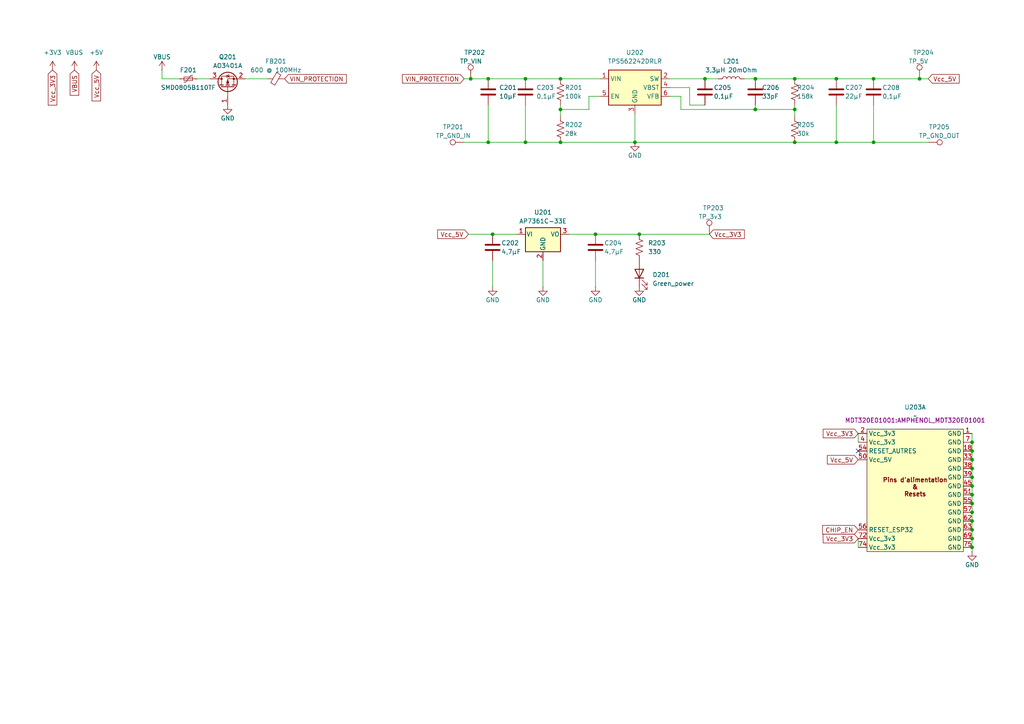
<source format=kicad_sch>
(kicad_sch (version 20231120) (generator "eeschema") (generator_version "8.0")
  (paper "A4")
  (title_block (title "Mobo V2.0") (date "2024-12-19") (rev "2.0") (company "Robotique UdeS - Biogénius") (comment 1 "Jacob Turcotte") (comment 2 "Schéma électrique créer par:"))
  (lib_symbols
    (symbol "Connector:TestPoint" (pin_numbers hide) (pin_names (offset 0.762) hide)
      (property "Reference" "TP" (at 0 6.858 0))
      (property "Value" "TestPoint" (at 0 5.08 0))
      (symbol "TestPoint_0_1"
        (circle (center 0 3.302) (radius 0.762))
      )
      (symbol "TestPoint_1_1"
        (pin passive line (at 0 0 90) (length 2.54) (name "1") (number "1"))
      )
    )
    (symbol "Device:C" (pin_numbers hide) (pin_names (offset 0.254))
      (property "Reference" "C" (at 0.635 2.54 0))
      (property "Value" "C" (at 0.635 -2.54 0))
      (symbol "C_0_1"
        (polyline (pts (xy -2.032 -0.762) (xy 2.032 -0.762)) (stroke (width 0.508)))
        (polyline (pts (xy -2.032 0.762) (xy 2.032 0.762)) (stroke (width 0.508)))
      )
      (symbol "C_1_1"
        (pin passive line (at 0 3.81 270) (length 2.794) (name "~") (number "1"))
        (pin passive line (at 0 -3.81 90) (length 2.794) (name "~") (number "2"))
      )
    )
    (symbol "Device:FerriteBead_Small" (pin_numbers hide) (pin_names (offset 0))
      (property "Reference" "FB" (at 1.905 1.27 0))
      (property "Value" "FerriteBead_Small" (at 1.905 -1.27 0))
      (symbol "FerriteBead_Small_0_1"
        (polyline (pts (xy 0 -1.27) (xy 0 -0.7874)))
        (polyline (pts (xy 0 0.889) (xy 0 1.2954)))
        (polyline (pts (xy -1.8288 0.2794) (xy -1.1176 1.4986) (xy 1.8288 -0.2032) (xy 1.1176 -1.4224) (xy -1.8288 0.2794)))
      )
      (symbol "FerriteBead_Small_1_1"
        (pin passive line (at 0 2.54 270) (length 1.27) (name "~") (number "1"))
        (pin passive line (at 0 -2.54 90) (length 1.27) (name "~") (number "2"))
      )
    )
    (symbol "Device:L" (pin_numbers hide) (pin_names (offset 1.016) hide)
      (property "Reference" "L" (at -1.27 0 90))
      (property "Value" "L" (at 1.905 0 90))
      (symbol "L_0_1"
        (arc (start 0 -2.54) (mid 0.6323 -1.905) (end 0 -1.27))
        (arc (start 0 -1.27) (mid 0.6323 -0.635) (end 0 0))
        (arc (start 0 0) (mid 0.6323 0.635) (end 0 1.27))
        (arc (start 0 1.27) (mid 0.6323 1.905) (end 0 2.54))
      )
      (symbol "L_1_1"
        (pin passive line (at 0 3.81 270) (length 1.27) (name "1") (number "1"))
        (pin passive line (at 0 -3.81 90) (length 1.27) (name "2") (number "2"))
      )
    )
    (symbol "Device:LED" (pin_numbers hide) (pin_names (offset 1.016) hide)
      (property "Reference" "D" (at 0 2.54 0))
      (property "Value" "LED" (at 0 -2.54 0))
      (symbol "LED_0_1"
        (polyline (pts (xy -1.27 -1.27) (xy -1.27 1.27)) (stroke (width 0.254)))
        (polyline (pts (xy -1.27 0) (xy 1.27 0)))
        (polyline (pts (xy 1.27 -1.27) (xy 1.27 1.27) (xy -1.27 0) (xy 1.27 -1.27)) (stroke (width 0.254)))
        (polyline (pts (xy -3.048 -0.762) (xy -4.572 -2.286) (xy -3.81 -2.286) (xy -4.572 -2.286) (xy -4.572 -1.524)))
        (polyline (pts (xy -1.778 -0.762) (xy -3.302 -2.286) (xy -2.54 -2.286) (xy -3.302 -2.286) (xy -3.302 -1.524)))
      )
      (symbol "LED_1_1"
        (pin passive line (at -3.81 0 0) (length 2.54) (name "K") (number "1"))
        (pin passive line (at 3.81 0 180) (length 2.54) (name "A") (number "2"))
      )
    )
    (symbol "Device:Polyfuse_Small" (pin_numbers hide) (pin_names (offset 0))
      (property "Reference" "F" (at -1.905 0 90))
      (property "Value" "Polyfuse_Small" (at 1.905 0 90))
      (symbol "Polyfuse_Small_0_1"
        (rectangle (start -0.508 1.27) (end 0.508 -1.27))
        (polyline (pts (xy 0 2.54) (xy 0 -2.54)))
        (polyline (pts (xy -1.016 1.27) (xy -1.016 0.762) (xy 1.016 -0.762) (xy 1.016 -1.27)))
      )
      (symbol "Polyfuse_Small_1_1"
        (pin passive line (at 0 2.54 270) (length 0.635) (name "~") (number "1"))
        (pin passive line (at 0 -2.54 90) (length 0.635) (name "~") (number "2"))
      )
    )
    (symbol "Device:R_US" (pin_numbers hide) (pin_names (offset 0))
      (property "Reference" "R" (at 2.54 0 90))
      (property "Value" "R_US" (at -2.54 0 90))
      (symbol "R_US_0_1"
        (polyline (pts (xy 0 -2.286) (xy 0 -2.54)))
        (polyline (pts (xy 0 2.286) (xy 0 2.54)))
        (polyline (pts (xy 0 -0.762) (xy 1.016 -1.143) (xy 0 -1.524) (xy -1.016 -1.905) (xy 0 -2.286)))
        (polyline (pts (xy 0 0.762) (xy 1.016 0.381) (xy 0 0) (xy -1.016 -0.381) (xy 0 -0.762)))
        (polyline (pts (xy 0 2.286) (xy 1.016 1.905) (xy 0 1.524) (xy -1.016 1.143) (xy 0 0.762)))
      )
      (symbol "R_US_1_1"
        (pin passive line (at 0 3.81 270) (length 1.27) (name "~") (number "1"))
        (pin passive line (at 0 -3.81 90) (length 1.27) (name "~") (number "2"))
      )
    )
    (symbol "Regulator_Linear:AP7361C-33E" (pin_names (offset 0.254))
      (property "Reference" "U" (at -3.81 3.175 0))
      (property "Value" "AP7361C-33E" (at 0 3.175 0))
      (symbol "AP7361C-33E_0_1"
        (rectangle (start -5.08 -5.08) (end 5.08 1.905) (stroke (width 0.254)) (fill (type background)))
      )
      (symbol "AP7361C-33E_1_1"
        (pin power_in line (at -7.62 0 0) (length 2.54) (name "VI") (number "1"))
        (pin power_in line (at 0 -7.62 90) (length 2.54) (name "GND") (number "2"))
        (pin power_out line (at 7.62 0 180) (length 2.54) (name "VO") (number "3"))
      )
    )
    (symbol "Regulator_Switching:TPS562202"
      (property "Reference" "U" (at -7.62 6.35 0))
      (property "Value" "TPS562202" (at -2.54 6.35 0))
      (symbol "TPS562202_0_1"
        (rectangle (start -7.62 5.08) (end 7.62 -5.08) (stroke (width 0.254)) (fill (type background)))
      )
      (symbol "TPS562202_1_1"
        (pin power_in line (at -10.16 2.54 0) (length 2.54) (name "VIN") (number "1"))
        (pin output line (at 10.16 2.54 180) (length 2.54) (name "SW") (number "2"))
        (pin power_in line (at 0 -7.62 90) (length 2.54) (name "GND") (number "3"))
        (pin passive line (at 10.16 0 180) (length 2.54) (name "VBST") (number "4"))
        (pin input line (at -10.16 -2.54 0) (length 2.54) (name "EN") (number "5"))
        (pin input line (at 10.16 -2.54 180) (length 2.54) (name "VFB") (number "6"))
      )
    )
    (symbol "Transistor_FET:AO3401A" (pin_names hide)
      (property "Reference" "Q" (at 5.08 1.905 0))
      (property "Value" "AO3401A" (at 5.08 0 0))
      (symbol "AO3401A_0_1"
        (polyline (pts (xy 0.254 0) (xy -2.54 0)))
        (polyline (pts (xy 0.254 1.905) (xy 0.254 -1.905)) (stroke (width 0.254)))
        (polyline (pts (xy 0.762 -1.27) (xy 0.762 -2.286)) (stroke (width 0.254)))
        (polyline (pts (xy 0.762 0.508) (xy 0.762 -0.508)) (stroke (width 0.254)))
        (polyline (pts (xy 0.762 2.286) (xy 0.762 1.27)) (stroke (width 0.254)))
        (polyline (pts (xy 2.54 2.54) (xy 2.54 1.778)))
        (polyline (pts (xy 2.54 -2.54) (xy 2.54 0) (xy 0.762 0)))
        (polyline (pts (xy 0.762 1.778) (xy 3.302 1.778) (xy 3.302 -1.778) (xy 0.762 -1.778)))
        (polyline (pts (xy 2.286 0) (xy 1.27 0.381) (xy 1.27 -0.381) (xy 2.286 0)) (fill (type outline)))
        (polyline (pts (xy 2.794 -0.508) (xy 2.921 -0.381) (xy 3.683 -0.381) (xy 3.81 -0.254)))
        (polyline (pts (xy 3.302 -0.381) (xy 2.921 0.254) (xy 3.683 0.254) (xy 3.302 -0.381)))
        (circle (center 1.651 0) (radius 2.794) (stroke (width 0.254)))
        (circle (center 2.54 -1.778) (radius 0.254) (fill (type outline)))
        (circle (center 2.54 1.778) (radius 0.254) (fill (type outline)))
      )
      (symbol "AO3401A_1_1"
        (pin input line (at -5.08 0 0) (length 2.54) (name "G") (number "1"))
        (pin passive line (at 2.54 -5.08 90) (length 2.54) (name "S") (number "2"))
        (pin passive line (at 2.54 5.08 270) (length 2.54) (name "D") (number "3"))
      )
    )
    (symbol "connecteur_m2_key_E:connecteur_SOM_ESP32_V2"
      (property "Reference" "U" (at 0 9.652 0))
      (property "Footprint" "MDT320E01001:AMPHENOL_MDT320E01001" (at 0 9.652 0))
      (symbol "connecteur_SOM_ESP32_V2_1_1"
        (rectangle (start -13.97 0) (end 13.97 -35.56) (stroke (width 0) (color 72 0 0 1)) (fill (type background)))
        (text "Pins d'alimentation\n&\nResets" (at 0 -16.764 0) (effects (font (size 1.27 1.27) (bold yes))))
        (pin power_in line (at 16.51 -1.27 180) (length 2.54) (name "GND") (number "1"))
        (pin power_in line (at 16.51 -6.35 180) (length 2.54) (name "GND") (number "18"))
        (pin power_in line (at -16.51 -1.27 0) (length 2.54) (name "Vcc_3v3") (number "2"))
        (pin power_in line (at 16.51 -8.89 180) (length 2.54) (name "GND") (number "33"))
        (pin power_in line (at 16.51 -11.43 180) (length 2.54) (name "GND") (number "38"))
        (pin power_in line (at 16.51 -13.97 180) (length 2.54) (name "GND") (number "39"))
        (pin power_in line (at -16.51 -3.81 0) (length 2.54) (name "Vcc_3v3") (number "4"))
        (pin power_in line (at 16.51 -16.51 180) (length 2.54) (name "GND") (number "45"))
        (pin power_in line (at -16.51 -8.89 0) (length 2.54) (name "Vcc_5V") (number "50"))
        (pin power_in line (at 16.51 -19.05 180) (length 2.54) (name "GND") (number "51"))
        (pin bidirectional line (at -16.51 -6.35 0) (length 2.54) (name "RESET_AUTRES") (number "54"))
        (pin power_in line (at 16.51 -21.59 180) (length 2.54) (name "GND") (number "55"))
        (pin bidirectional line (at -16.51 -29.21 0) (length 2.54) (name "RESET_ESP32") (number "56"))
        (pin power_in line (at 16.51 -24.13 180) (length 2.54) (name "GND") (number "57"))
        (pin power_in line (at 16.51 -26.67 180) (length 2.54) (name "GND") (number "62"))
        (pin power_in line (at 16.51 -29.21 180) (length 2.54) (name "GND") (number "63"))
        (pin power_in line (at 16.51 -31.75 180) (length 2.54) (name "GND") (number "69"))
        (pin power_in line (at 16.51 -3.81 180) (length 2.54) (name "GND") (number "7"))
        (pin power_in line (at -16.51 -31.75 0) (length 2.54) (name "Vcc_3v3") (number "72"))
        (pin power_in line (at -16.51 -34.29 0) (length 2.54) (name "Vcc_3v3") (number "74"))
        (pin power_in line (at 16.51 -34.29 180) (length 2.54) (name "GND") (number "75"))
      )
      (symbol "connecteur_SOM_ESP32_V2_2_1"
        (rectangle (start -17.78 0) (end 16.51 -24.13) (stroke (width 0) (color 0 0 72 1)) (fill (type background)))
        (text "I2C" (at -0.254 -11.684 0) (effects (font (size 1.27 1.27))))
        (pin bidirectional line (at 19.05 -3.81 180) (length 2.54) (name "I2C_SCL_1_TCA") (number "11"))
        (pin bidirectional line (at 19.05 -7.62 180) (length 2.54) (name "I2C_SDA_2_TCA") (number "13"))
        (pin bidirectional line (at 19.05 -13.97 180) (length 2.54) (name "I2C_SDA_3_TCA") (number "14"))
        (pin bidirectional line (at 19.05 -10.16 180) (length 2.54) (name "I2C_SCL_2_TCA") (number "15"))
        (pin bidirectional line (at 19.05 -16.51 180) (length 2.54) (name "I2C_SCL_3_TCA") (number "16"))
        (pin bidirectional line (at 19.05 -20.32 180) (length 2.54) (name "I2C_SDA_4_TCA") (number "17"))
        (pin bidirectional line (at 19.05 -22.86 180) (length 2.54) (name "I2C_SCL_4_TCA") (number "19"))
        (pin bidirectional line (at -20.32 -10.16 0) (length 2.54) (name "I2C_SDA_ESP32") (number "58"))
        (pin bidirectional line (at -20.32 -12.7 0) (length 2.54) (name "I2C_SCL_ESP32") (number "60"))
        (pin bidirectional line (at 19.05 -1.27 180) (length 2.54) (name "I2C_SDA_1_TCA") (number "9"))
      )
      (symbol "connecteur_SOM_ESP32_V2_3_1"
        (rectangle (start -2.54 6.35) (end 15.24 -7.62) (stroke (width 0) (color 0 0 72 1)) (fill (type background)))
        (text "SPI" (at 0 0 0) (effects (font (size 1.27 1.27) (bold yes))))
        (pin bidirectional line (at 17.78 5.08 180) (length 2.54) (name "SPI_CS_5") (number "20"))
        (pin bidirectional line (at 17.78 2.54 180) (length 2.54) (name "SPI_CS_6") (number "21"))
        (pin bidirectional line (at 17.78 -1.27 180) (length 2.54) (name "SPI_CLK") (number "23"))
        (pin bidirectional line (at 17.78 -3.81 180) (length 2.54) (name "SPI_MOSI") (number "35"))
        (pin bidirectional line (at 17.78 -6.35 180) (length 2.54) (name "SPI_MISO") (number "37"))
      )
      (symbol "connecteur_SOM_ESP32_V2_4_1"
        (rectangle (start -12.7 2.54) (end 11.43 -2.54) (stroke (width 0) (color 0 0 72 1)) (fill (type background)))
        (text "Canbus" (at -8.636 0.254 0) (effects (font (size 1.27 1.27) (bold yes))))
        (pin bidirectional line (at 13.97 1.27 180) (length 2.54) (name "CAN_H_MCP2515") (number "71"))
        (pin bidirectional line (at 13.97 -1.27 180) (length 2.54) (name "CAN_L_MCP2515") (number "73"))
      )
      (symbol "connecteur_SOM_ESP32_V2_5_1"
        (rectangle (start -11.43 2.54) (end 3.81 -2.54) (stroke (width 0) (color 0 0 72 1)) (fill (type background)))
        (text "UART" (at -7.874 0.254 0) (effects (font (size 1.27 1.27) (bold yes))))
        (pin bidirectional line (at 6.35 1.27 180) (length 2.54) (name "UART_TX") (number "22"))
        (pin bidirectional line (at 6.35 -1.27 180) (length 2.54) (name "UART_RX") (number "32"))
      )
      (symbol "connecteur_SOM_ESP32_V2_6_1"
        (rectangle (start -13.97 2.54) (end 8.89 -2.54) (stroke (width 0) (color 0 0 72 1)) (fill (type background)))
        (text "USB" (at -11.176 0.254 0) (effects (font (size 1.27 1.27) (bold yes))))
        (pin bidirectional line (at 11.43 -1.27 180) (length 2.54) (name "USB_D+_FT231") (number "3"))
        (pin bidirectional line (at 11.43 1.27 180) (length 2.54) (name "USB_D-_FT231") (number "5"))
      )
      (symbol "connecteur_SOM_ESP32_V2_7_1"
        (rectangle (start -13.97 2.54) (end 10.16 -2.54) (stroke (width 0) (color 0 0 72 1)) (fill (type background)))
        (text "DEBUG" (at -9.906 0.254 0) (effects (font (size 1.27 1.27) (bold yes))))
        (pin bidirectional line (at 12.7 1.27 180) (length 2.54) (name "USB_DEBUG_D-") (number "46"))
        (pin bidirectional line (at 12.7 -1.27 180) (length 2.54) (name "USB_DEBUG_D+") (number "48"))
      )
      (symbol "connecteur_SOM_ESP32_V2_8_1"
        (rectangle (start -15.24 3.81) (end 5.08 -3.81) (stroke (width 0) (color 0 0 72 1)) (fill (type background)))
        (text "I2S" (at -12.192 0 0) (effects (font (size 1.27 1.27) (bold yes))))
        (pin bidirectional line (at 7.62 0 180) (length 2.54) (name "I2S_WS") (number "10"))
        (pin bidirectional line (at 7.62 -2.54 180) (length 2.54) (name "I2S_DIN/DOUT") (number "12"))
        (pin bidirectional line (at 7.62 2.54 180) (length 2.54) (name "I2S_BCLK") (number "8"))
      )
      (symbol "connecteur_SOM_ESP32_V2_9_1"
        (rectangle (start -11.43 5.08) (end 13.97 -5.08) (stroke (width 0) (color 0 72 0 1)) (fill (type background)))
        (text "Sortie PWM\n" (at -5.588 0.254 0) (effects (font (size 1.27 1.27))))
        (pin output line (at 16.51 3.81 180) (length 2.54) (name "PWM_1_PCA") (number "64"))
        (pin output line (at 16.51 1.27 180) (length 2.54) (name "PWM_2_PCA") (number "66"))
        (pin output line (at 16.51 -1.27 180) (length 2.54) (name "PWM_3_PCA") (number "68"))
        (pin output line (at 16.51 -3.81 180) (length 2.54) (name "PWM_4_PCA") (number "70"))
      )
      (symbol "connecteur_SOM_ESP32_V2_10_1"
        (rectangle (start -13.97 3.81) (end 12.7 -8.89) (stroke (width 0) (color 0 72 0 1)) (fill (type background)))
        (text "ESP32\n" (at -0.762 -6.604 0) (effects (font (size 1.27 1.27))))
        (text "GPIO pins" (at -0.762 2.032 0) (effects (font (size 1.27 1.27))))
        (pin bidirectional line (at 15.24 -5.08 180) (length 2.54) (name "RST_OTHER") (number "34"))
        (pin bidirectional line (at 15.24 -7.62 180) (length 2.54) (name "GPIO48") (number "36"))
        (pin bidirectional line (at -16.51 2.54 0) (length 2.54) (name "GPIO15") (number "40"))
        (pin bidirectional line (at -16.51 0 0) (length 2.54) (name "GPIO16") (number "41"))
        (pin bidirectional line (at -16.51 -2.54 0) (length 2.54) (name "GPIO26") (number "42"))
        (pin bidirectional line (at -16.51 -5.08 0) (length 2.54) (name "GPIO33") (number "43"))
        (pin bidirectional line (at -16.51 -7.62 0) (length 2.54) (name "GPIO34") (number "44"))
        (pin bidirectional line (at 15.24 2.54 180) (length 2.54) (name "GPIO45") (number "52"))
        (pin bidirectional line (at 15.24 0 180) (length 2.54) (name "GPIO46") (number "53"))
        (pin bidirectional line (at 15.24 -2.54 180) (length 2.54) (name "GPIO38&LED") (number "6"))
      )
    )
    (symbol "power:+3V3" (power) (pin_numbers hide) (pin_names (offset 0) hide)
      (property "Value" "+3V3" (at 0 3.556 0))
      (symbol "+3V3_0_1"
        (polyline (pts (xy -0.762 1.27) (xy 0 2.54)))
        (polyline (pts (xy 0 0) (xy 0 2.54)))
        (polyline (pts (xy 0 2.54) (xy 0.762 1.27)))
      )
      (symbol "+3V3_1_1"
        (pin power_in line (at 0 0 90) (length 0) (name "~") (number "1"))
      )
    )
    (symbol "power:+5V" (power) (pin_numbers hide) (pin_names (offset 0) hide)
      (property "Value" "+5V" (at 0 3.556 0))
      (symbol "+5V_0_1"
        (polyline (pts (xy -0.762 1.27) (xy 0 2.54)))
        (polyline (pts (xy 0 0) (xy 0 2.54)))
        (polyline (pts (xy 0 2.54) (xy 0.762 1.27)))
      )
      (symbol "+5V_1_1"
        (pin power_in line (at 0 0 90) (length 0) (name "~") (number "1"))
      )
    )
    (symbol "power:GND" (power) (pin_numbers hide) (pin_names (offset 0) hide)
      (property "Value" "GND" (at 0 -3.81 0))
      (symbol "GND_0_1"
        (polyline (pts (xy 0 0) (xy 0 -1.27) (xy 1.27 -1.27) (xy 0 -2.54) (xy -1.27 -1.27) (xy 0 -1.27)))
      )
      (symbol "GND_1_1"
        (pin power_in line (at 0 0 270) (length 0) (name "~") (number "1"))
      )
    )
    (symbol "power:VBUS" (power) (pin_numbers hide) (pin_names (offset 0) hide)
      (property "Value" "VBUS" (at 0 3.556 0))
      (symbol "VBUS_0_1"
        (polyline (pts (xy -0.762 1.27) (xy 0 2.54)))
        (polyline (pts (xy 0 0) (xy 0 2.54)))
        (polyline (pts (xy 0 2.54) (xy 0.762 1.27)))
      )
      (symbol "VBUS_1_1"
        (pin power_in line (at 0 0 90) (length 0) (name "~") (number "1"))
      )
    )
  )
  (junction (at 281.94 151.13))
  (junction (at 242.57 22.86))
  (junction (at 281.94 153.67))
  (junction (at 266.7 22.86))
  (junction (at 230.505 22.86))
  (junction (at 172.72 67.945))
  (junction (at 162.56 22.86))
  (junction (at 281.94 148.59))
  (junction (at 185.42 67.945))
  (junction (at 152.4 41.275))
  (junction (at 219.075 31.75))
  (junction (at 230.505 31.75))
  (junction (at 281.94 130.81))
  (junction (at 281.94 138.43))
  (junction (at 253.365 41.275))
  (junction (at 253.365 22.86))
  (junction (at 242.57 41.275))
  (junction (at 281.94 158.75))
  (junction (at 281.94 128.27))
  (junction (at 281.94 135.89))
  (junction (at 136.525 22.86))
  (junction (at 184.15 41.275))
  (junction (at 281.94 140.97))
  (junction (at 141.605 22.86))
  (junction (at 152.4 22.86))
  (junction (at 281.94 156.21))
  (junction (at 281.94 133.35))
  (junction (at 281.94 146.05))
  (junction (at 204.47 22.86))
  (junction (at 230.505 41.275))
  (junction (at 142.875 67.945))
  (junction (at 281.94 143.51))
  (junction (at 219.075 22.86))
  (junction (at 162.56 31.75))
  (junction (at 141.605 41.275))
  (junction (at 162.56 41.275))
  (no_connect (at 248.92 130.81))
  (wire (pts (xy 194.31 27.94) (xy 197.485 27.94)))
  (wire (pts (xy 170.815 27.94) (xy 170.815 31.75)))
  (wire (pts (xy 253.365 22.86) (xy 266.7 22.86)))
  (wire (pts (xy 281.94 128.27) (xy 281.94 130.81)))
  (wire (pts (xy 170.815 31.75) (xy 162.56 31.75)))
  (wire (pts (xy 219.075 22.86) (xy 230.505 22.86)))
  (wire (pts (xy 152.4 30.48) (xy 152.4 41.275)))
  (wire (pts (xy 281.94 153.67) (xy 281.94 156.21)))
  (wire (pts (xy 162.56 30.48) (xy 162.56 31.75)))
  (wire (pts (xy 242.57 22.86) (xy 253.365 22.86)))
  (wire (pts (xy 281.94 143.51) (xy 281.94 146.05)))
  (wire (pts (xy 172.72 67.945) (xy 185.42 67.945)))
  (wire (pts (xy 230.505 31.75) (xy 230.505 33.655)))
  (wire (pts (xy 200.025 30.48) (xy 204.47 30.48)))
  (wire (pts (xy 281.94 148.59) (xy 281.94 151.13)))
  (wire (pts (xy 141.605 22.86) (xy 152.4 22.86)))
  (wire (pts (xy 134.62 22.86) (xy 136.525 22.86)))
  (wire (pts (xy 281.94 133.35) (xy 281.94 135.89)))
  (wire (pts (xy 142.875 75.565) (xy 142.875 83.185)))
  (wire (pts (xy 141.605 30.48) (xy 141.605 41.275)))
  (wire (pts (xy 281.94 151.13) (xy 281.94 153.67)))
  (wire (pts (xy 46.99 22.86) (xy 52.07 22.86)))
  (wire (pts (xy 157.48 75.565) (xy 157.48 83.185)))
  (wire (pts (xy 165.1 67.945) (xy 172.72 67.945)))
  (wire (pts (xy 242.57 41.275) (xy 230.505 41.275)))
  (wire (pts (xy 162.56 22.86) (xy 173.99 22.86)))
  (wire (pts (xy 242.57 30.48) (xy 242.57 41.275)))
  (wire (pts (xy 197.485 31.75) (xy 219.075 31.75)))
  (wire (pts (xy 152.4 41.275) (xy 162.56 41.275)))
  (wire (pts (xy 152.4 22.86) (xy 162.56 22.86)))
  (wire (pts (xy 230.505 22.86) (xy 242.57 22.86)))
  (wire (pts (xy 266.7 22.86) (xy 269.24 22.86)))
  (wire (pts (xy 253.365 41.275) (xy 242.57 41.275)))
  (wire (pts (xy 141.605 41.275) (xy 152.4 41.275)))
  (wire (pts (xy 194.31 25.4) (xy 200.025 25.4)))
  (wire (pts (xy 281.94 158.75) (xy 281.94 160.02)))
  (wire (pts (xy 281.94 125.73) (xy 281.94 128.27)))
  (wire (pts (xy 253.365 41.275) (xy 269.24 41.275)))
  (wire (pts (xy 281.94 156.21) (xy 281.94 158.75)))
  (wire (pts (xy 281.94 135.89) (xy 281.94 138.43)))
  (wire (pts (xy 136.525 22.86) (xy 141.605 22.86)))
  (wire (pts (xy 135.89 67.945) (xy 142.875 67.945)))
  (wire (pts (xy 162.56 41.275) (xy 184.15 41.275)))
  (wire (pts (xy 134.62 41.275) (xy 141.605 41.275)))
  (wire (pts (xy 46.99 20.32) (xy 46.99 22.86)))
  (wire (pts (xy 184.15 41.275) (xy 230.505 41.275)))
  (wire (pts (xy 194.31 22.86) (xy 204.47 22.86)))
  (wire (pts (xy 215.9 22.86) (xy 219.075 22.86)))
  (wire (pts (xy 204.47 22.86) (xy 208.28 22.86)))
  (wire (pts (xy 281.94 140.97) (xy 281.94 143.51)))
  (wire (pts (xy 219.075 31.75) (xy 219.075 30.48)))
  (wire (pts (xy 281.94 138.43) (xy 281.94 140.97)))
  (wire (pts (xy 281.94 146.05) (xy 281.94 148.59)))
  (wire (pts (xy 200.025 25.4) (xy 200.025 30.48)))
  (wire (pts (xy 219.075 31.75) (xy 230.505 31.75)))
  (wire (pts (xy 185.42 67.945) (xy 205.74 67.945)))
  (wire (pts (xy 248.92 156.21) (xy 248.92 158.75)))
  (wire (pts (xy 248.92 125.73) (xy 248.92 128.27)))
  (wire (pts (xy 172.72 75.565) (xy 172.72 83.185)))
  (wire (pts (xy 253.365 30.48) (xy 253.365 41.275)))
  (wire (pts (xy 230.505 30.48) (xy 230.505 31.75)))
  (wire (pts (xy 142.875 67.945) (xy 149.86 67.945)))
  (wire (pts (xy 197.485 27.94) (xy 197.485 31.75)))
  (wire (pts (xy 281.94 130.81) (xy 281.94 133.35)))
  (wire (pts (xy 71.12 22.86) (xy 77.47 22.86)))
  (wire (pts (xy 57.15 22.86) (xy 60.96 22.86)))
  (wire (pts (xy 162.56 31.75) (xy 162.56 33.655)))
  (wire (pts (xy 184.15 33.02) (xy 184.15 41.275)))
  (wire (pts (xy 173.99 27.94) (xy 170.815 27.94)))
  (global_label "CHIP_EN" (shape input) (at 248.92 153.67 180) (property "Intersheetrefs" "${INTERSHEET_REFS}" (effects (hide yes))))
  (global_label "VIN_PROTECTION" (shape input) (at 82.55 22.86 0) (property "Intersheetrefs" "${INTERSHEET_REFS}" (effects (hide yes))))
  (global_label "VBUS" (shape input) (at 21.59 20.32 270) (property "Intersheetrefs" "${INTERSHEET_REFS}" (effects (hide yes))))
  (global_label "Vcc_3V3" (shape input) (at 248.92 125.73 180) (property "Intersheetrefs" "${INTERSHEET_REFS}" (effects (hide yes))))
  (global_label "Vcc_3V3" (shape input) (at 15.24 20.32 270) (property "Intersheetrefs" "${INTERSHEET_REFS}" (effects (hide yes))))
  (global_label "Vcc_5V" (shape input) (at 27.94 20.32 270) (property "Intersheetrefs" "${INTERSHEET_REFS}" (effects (hide yes))))
  (global_label "Vcc_3V3" (shape input) (at 248.92 156.21 180) (property "Intersheetrefs" "${INTERSHEET_REFS}" (effects (hide yes))))
  (global_label "Vcc_5V" (shape input) (at 269.24 22.86 0) (property "Intersheetrefs" "${INTERSHEET_REFS}" (effects (hide yes))))
  (global_label "Vcc_5V" (shape input) (at 248.92 133.35 180) (property "Intersheetrefs" "${INTERSHEET_REFS}" (effects (hide yes))))
  (global_label "Vcc_5V" (shape input) (at 135.89 67.945 180) (property "Intersheetrefs" "${INTERSHEET_REFS}" (effects (hide yes))))
  (global_label "VIN_PROTECTION" (shape input) (at 134.62 22.86 180) (property "Intersheetrefs" "${INTERSHEET_REFS}" (effects (hide yes))))
  (global_label "Vcc_3V3" (shape input) (at 205.74 67.945 0) (property "Intersheetrefs" "${INTERSHEET_REFS}" (effects (hide yes))))
  (symbol (lib_id "power:GND") (at 172.72 83.185 0) (unit 1)
    (property "Reference" "#PWR0208" (effects (hide yes)))
    (property "Value" "GND" (at 172.72 86.995 0))
    (property "Description" "Power symbol creates a global label with name \"GND\" , ground" (effects (hide yes)))
  )
  (symbol (lib_id "power:VBUS") (at 21.59 20.32 0) (unit 1)
    (property "Reference" "#PWR0202" (effects (hide yes)))
    (property "Value" "VBUS" (at 21.59 15.24 0))
    (property "Description" "Power symbol creates a global label with name \"VBUS\"" (effects (hide yes)))
  )
  (symbol (lib_id "Device:C") (at 204.47 26.67 0) (unit 1)
    (property "Reference" "C205" (at 207.01 25.4001 0) (effects (justify left)))
    (property "Value" "0,1µF" (at 207.01 27.9401 0) (effects (justify left)))
    (property "Footprint" "Capacitor_SMD:C_0603_1608Metric_Pad1.08x0.95mm_HandSolder" (effects (hide yes)))
    (property "Description" "Unpolarized capacitor" (effects (hide yes)))
  )
  (symbol (lib_id "Device:R_US") (at 162.56 26.67 0) (unit 1)
    (property "Reference" "R201" (at 163.83 25.4 0) (effects (justify left)))
    (property "Value" "100k" (at 163.83 27.94 0) (effects (justify left)))
    (property "Footprint" "Resistor_SMD:R_0603_1608Metric_Pad0.98x0.95mm_HandSolder" (effects (hide yes)))
    (property "Description" "Resistor, US symbol" (effects (hide yes)))
  )
  (symbol (lib_id "Device:C") (at 253.365 26.67 0) (unit 1)
    (property "Reference" "C208" (at 255.905 25.4 0) (effects (justify left)))
    (property "Value" "0,1µF" (at 255.905 27.94 0) (effects (justify left)))
    (property "Footprint" "Capacitor_SMD:C_0603_1608Metric_Pad1.08x0.95mm_HandSolder" (effects (hide yes)))
    (property "Description" "Unpolarized capacitor" (effects (hide yes)))
  )
  (symbol (lib_id "Device:C") (at 141.605 26.67 0) (unit 1)
    (property "Reference" "C201" (at 144.78 25.4 0) (effects (justify left)))
    (property "Value" "10µF" (at 144.78 27.94 0) (effects (justify left)))
    (property "Footprint" "Capacitor_SMD:C_0805_2012Metric_Pad1.18x1.45mm_HandSolder" (effects (hide yes)))
    (property "Description" "Unpolarized capacitor" (effects (hide yes)))
  )
  (symbol (lib_id "Device:C") (at 152.4 26.67 0) (unit 1)
    (property "Reference" "C203" (at 155.575 25.4 0) (effects (justify left)))
    (property "Value" "0,1µF" (at 155.575 27.94 0) (effects (justify left)))
    (property "Footprint" "Capacitor_SMD:C_0603_1608Metric_Pad1.08x0.95mm_HandSolder" (effects (hide yes)))
    (property "Description" "Unpolarized capacitor" (effects (hide yes)))
  )
  (symbol (lib_id "Regulator_Linear:AP7361C-33E") (at 157.48 67.945 0) (unit 1)
    (property "Reference" "U201" (at 157.48 61.595 0))
    (property "Value" "AP7361C-33E" (at 157.48 64.135 0))
    (property "Footprint" "Package_TO_SOT_SMD:SOT-223-3_TabPin2" (effects (hide yes)))
    (property "Datasheet" "https://www.diodes.com/assets/Datasheets/AP7361C.pdf" (effects (hide yes)))
    (property "Description" "1A Low Dropout regulator, positive, 3.3V fixed output, SOT-223" (effects (hide yes)))
  )
  (symbol (lib_id "Regulator_Switching:TPS562202") (at 184.15 25.4 0) (unit 1)
    (property "Reference" "U202" (at 184.15 15.24 0))
    (property "Value" "TPS562242DRLR" (at 184.15 17.78 0))
    (property "Footprint" "Package_TO_SOT_SMD:SOT-563" (effects (hide yes)))
    (property "Datasheet" "https://www.ti.com/lit/gpn/tps562202" (effects (hide yes)))
    (property "Description" "2A Synchronous Step-Down Voltage Regulator 580kHz, adjustable output voltage, 4.5-17V Input Voltage, 0.804V-7V Output Voltage, SOT-563" (effects (hide yes)))
  )
  (symbol (lib_id "power:GND") (at 142.875 83.185 0) (unit 1)
    (property "Reference" "#PWR0206" (effects (hide yes)))
    (property "Value" "GND" (at 142.875 86.995 0))
    (property "Description" "Power symbol creates a global label with name \"GND\" , ground" (effects (hide yes)))
  )
  (symbol (lib_id "Device:C") (at 219.075 26.67 0) (unit 1)
    (property "Reference" "C206" (at 220.98 25.4 0) (effects (justify left)))
    (property "Value" "33pF" (at 220.98 27.94 0) (effects (justify left)))
    (property "Footprint" "Capacitor_SMD:C_0603_1608Metric_Pad1.08x0.95mm_HandSolder" (effects (hide yes)))
    (property "Description" "Unpolarized capacitor" (effects (hide yes)))
  )
  (symbol (lib_id "power:GND") (at 66.04 30.48 0) (unit 1)
    (property "Reference" "#PWR0205" (effects (hide yes)))
    (property "Value" "GND" (at 66.04 34.29 0))
    (property "Description" "Power symbol creates a global label with name \"GND\" , ground" (effects (hide yes)))
  )
  (symbol (lib_id "Device:FerriteBead_Small") (at 80.01 22.86 90) (unit 1)
    (property "Reference" "FB201" (at 80.01 17.78 90))
    (property "Value" "600 @ 100MHz" (at 80.01 20.32 90))
    (property "Footprint" "Resistor_SMD:R_0805_2012Metric_Pad1.20x1.40mm_HandSolder" (effects (hide yes)))
    (property "Description" "Ferrite bead, small symbol" (effects (hide yes)))
  )
  (symbol (lib_id "power:GND") (at 185.42 83.185 0) (unit 1)
    (property "Reference" "#PWR0210" (effects (hide yes)))
    (property "Value" "GND" (at 185.42 86.995 0))
    (property "Description" "Power symbol creates a global label with name \"GND\" , ground" (effects (hide yes)))
  )
  (symbol (lib_id "Device:C") (at 172.72 71.755 180) (unit 1)
    (property "Reference" "C204" (at 175.26 70.485 0) (effects (justify right)))
    (property "Value" "4,7µF" (at 175.26 73.025 0) (effects (justify right)))
    (property "Footprint" "Capacitor_SMD:C_0805_2012Metric_Pad1.18x1.45mm_HandSolder" (effects (hide yes)))
    (property "Description" "Unpolarized capacitor" (effects (hide yes)))
  )
  (symbol (lib_id "connecteur_m2_key_E:connecteur_SOM_ESP32_V2") (at 265.43 124.46 0) (unit 1)
    (property "Reference" "U203" (at 265.43 118.11 0))
    (property "Value" "~" (at 265.43 120.65 0))
    (property "Footprint" "MDT320E01001:AMPHENOL_MDT320E01001" (at 265.43 121.92 0))
  )
  (symbol (lib_id "power:GND") (at 157.48 83.185 0) (unit 1)
    (property "Reference" "#PWR0207" (effects (hide yes)))
    (property "Value" "GND" (at 157.48 86.995 0))
    (property "Description" "Power symbol creates a global label with name \"GND\" , ground" (effects (hide yes)))
  )
  (symbol (lib_id "Connector:TestPoint") (at 134.62 41.275 90) (unit 1)
    (property "Reference" "TP201" (at 131.445 36.83 90))
    (property "Value" "TP_GND_IN" (at 131.445 39.37 90))
    (property "Footprint" "TestPoint:TestPoint_Pad_1.0x1.0mm" (effects (hide yes)))
    (property "Description" "test point" (effects (hide yes)))
  )
  (symbol (lib_id "power:VBUS") (at 46.99 20.32 0) (unit 1)
    (property "Reference" "#PWR0204" (effects (hide yes)))
    (property "Value" "VBUS" (at 46.99 16.51 0))
    (property "Description" "Power symbol creates a global label with name \"VBUS\"" (effects (hide yes)))
  )
  (symbol (lib_id "Device:R_US") (at 230.505 37.465 0) (unit 1)
    (property "Reference" "R205" (at 231.14 36.195 0) (effects (justify left)))
    (property "Value" "30k" (at 231.14 38.735 0) (effects (justify left)))
    (property "Footprint" "Resistor_SMD:R_0603_1608Metric_Pad0.98x0.95mm_HandSolder" (effects (hide yes)))
    (property "Description" "Resistor, US symbol" (effects (hide yes)))
  )
  (symbol (lib_id "Transistor_FET:AO3401A") (at 66.04 25.4 90) (unit 1)
    (property "Reference" "Q201" (at 66.04 16.51 90))
    (property "Value" "AO3401A" (at 66.04 19.05 90))
    (property "Footprint" "Package_TO_SOT_SMD:SOT-23" (effects (hide yes)))
    (property "Datasheet" "http://www.aosmd.com/pdfs/datasheet/AO3401A.pdf" (effects (hide yes)))
    (property "Description" "-4.0A Id, -30V Vds, P-Channel MOSFET, SOT-23" (effects (hide yes)))
  )
  (symbol (lib_id "power:+3V3") (at 15.24 20.32 0) (unit 1)
    (property "Reference" "#PWR0201" (effects (hide yes)))
    (property "Value" "+3V3" (at 15.24 15.24 0))
    (property "Description" "Power symbol creates a global label with name \"+3V3\"" (effects (hide yes)))
  )
  (symbol (lib_id "Device:L") (at 212.09 22.86 90) (unit 1)
    (property "Reference" "L201" (at 212.09 17.78 90))
    (property "Value" "3,3µH 20mOhm" (at 212.09 20.32 90))
    (property "Footprint" "Inductor_SMD:L_TDK_VLP8040" (effects (hide yes)))
    (property "Description" "Inductor" (effects (hide yes)))
  )
  (symbol (lib_id "power:GND") (at 281.94 160.02 0) (unit 1)
    (property "Reference" "#PWR0211" (effects (hide yes)))
    (property "Value" "GND" (at 281.94 163.83 0))
    (property "Description" "Power symbol creates a global label with name \"GND\" , ground" (effects (hide yes)))
  )
  (symbol (lib_id "Device:R_US") (at 185.42 71.755 0) (unit 1)
    (property "Reference" "R203" (at 187.96 70.4849 0) (effects (justify left)))
    (property "Value" "330" (at 187.96 73.0249 0) (effects (justify left)))
    (property "Footprint" "Resistor_SMD:R_0603_1608Metric_Pad0.98x0.95mm_HandSolder" (effects (hide yes)))
    (property "Description" "Resistor, US symbol" (effects (hide yes)))
  )
  (symbol (lib_id "power:GND") (at 184.15 41.275 0) (unit 1)
    (property "Reference" "#PWR0209" (effects (hide yes)))
    (property "Value" "GND" (at 184.15 45.085 0))
    (property "Description" "Power symbol creates a global label with name \"GND\" , ground" (effects (hide yes)))
  )
  (symbol (lib_id "Connector:TestPoint") (at 269.24 41.275 270) (unit 1)
    (property "Reference" "TP205" (at 272.415 36.83 90))
    (property "Value" "TP_GND_OUT" (at 272.415 39.37 90))
    (property "Footprint" "TestPoint:TestPoint_Pad_1.0x1.0mm" (effects (hide yes)))
    (property "Description" "test point" (effects (hide yes)))
  )
  (symbol (lib_id "power:+5V") (at 27.94 20.32 0) (unit 1)
    (property "Reference" "#PWR0203" (effects (hide yes)))
    (property "Value" "+5V" (at 27.94 15.24 0))
    (property "Description" "Power symbol creates a global label with name \"+5V\"" (effects (hide yes)))
  )
  (symbol (lib_id "Device:Polyfuse_Small") (at 54.61 22.86 90) (unit 1)
    (property "Reference" "F201" (at 54.61 20.32 90))
    (property "Value" "SMD0805B110TF" (at 54.61 25.4 90))
    (property "Footprint" "Fuse:Fuse_0805_2012Metric" (effects (hide yes)))
    (property "Description" "Resettable fuse, polymeric positive temperature coefficient, small symbol" (effects (hide yes)))
  )
  (symbol (lib_id "Connector:TestPoint") (at 136.525 22.86 0) (unit 1)
    (property "Reference" "TP202" (at 134.62 15.24 0) (effects (justify left)))
    (property "Value" "TP_VIN" (at 133.35 17.78 0) (effects (justify left)))
    (property "Footprint" "TestPoint:TestPoint_Pad_D1.0mm" (effects (hide yes)))
    (property "Description" "test point" (effects (hide yes)))
  )
  (symbol (lib_id "Connector:TestPoint") (at 205.74 67.945 0) (unit 1)
    (property "Reference" "TP203" (at 203.835 60.325 0) (effects (justify left)))
    (property "Value" "TP_3v3" (at 202.565 62.865 0) (effects (justify left)))
    (property "Footprint" "TestPoint:TestPoint_Pad_D1.0mm" (effects (hide yes)))
    (property "Description" "test point" (effects (hide yes)))
  )
  (symbol (lib_id "Device:R_US") (at 230.505 26.67 0) (unit 1)
    (property "Reference" "R204" (at 231.14 25.4 0) (effects (justify left)))
    (property "Value" "158k" (at 231.14 27.94 0) (effects (justify left)))
    (property "Footprint" "Resistor_SMD:R_0603_1608Metric_Pad0.98x0.95mm_HandSolder" (effects (hide yes)))
    (property "Description" "Resistor, US symbol" (effects (hide yes)))
  )
  (symbol (lib_id "Device:R_US") (at 162.56 37.465 0) (unit 1)
    (property "Reference" "R202" (at 163.83 36.195 0) (effects (justify left)))
    (property "Value" "28k" (at 163.83 38.735 0) (effects (justify left)))
    (property "Footprint" "Resistor_SMD:R_0603_1608Metric_Pad0.98x0.95mm_HandSolder" (effects (hide yes)))
    (property "Description" "Resistor, US symbol" (effects (hide yes)))
  )
  (symbol (lib_id "Device:LED") (at 185.42 79.375 90) (unit 1)
    (property "Reference" "D201" (at 189.23 79.6924 90) (effects (justify right)))
    (property "Value" "Green_power" (at 189.23 82.2324 90) (effects (justify right)))
    (property "Footprint" "Diode_SMD:D_0805_2012Metric" (effects (hide yes)))
    (property "Description" "Light emitting diode" (effects (hide yes)))
  )
  (symbol (lib_id "Device:C") (at 242.57 26.67 0) (unit 1)
    (property "Reference" "C207" (at 245.11 25.4 0) (effects (justify left)))
    (property "Value" "22µF" (at 245.11 27.94 0) (effects (justify left)))
    (property "Footprint" "Capacitor_SMD:C_0805_2012Metric_Pad1.18x1.45mm_HandSolder" (effects (hide yes)))
    (property "Description" "Unpolarized capacitor" (effects (hide yes)))
  )
  (symbol (lib_id "Connector:TestPoint") (at 266.7 22.86 0) (unit 1)
    (property "Reference" "TP204" (at 264.795 15.24 0) (effects (justify left)))
    (property "Value" "TP_5V" (at 263.525 17.78 0) (effects (justify left)))
    (property "Footprint" "TestPoint:TestPoint_Pad_D1.0mm" (effects (hide yes)))
    (property "Description" "test point" (effects (hide yes)))
  )
  (symbol (lib_id "Device:C") (at 142.875 71.755 180) (unit 1)
    (property "Reference" "C202" (at 145.415 70.485 0) (effects (justify right)))
    (property "Value" "4,7µF" (at 145.415 73.025 0) (effects (justify right)))
    (property "Footprint" "Capacitor_SMD:C_0805_2012Metric_Pad1.18x1.45mm_HandSolder" (effects (hide yes)))
    (property "Description" "Unpolarized capacitor" (effects (hide yes)))
  )
)
</source>
